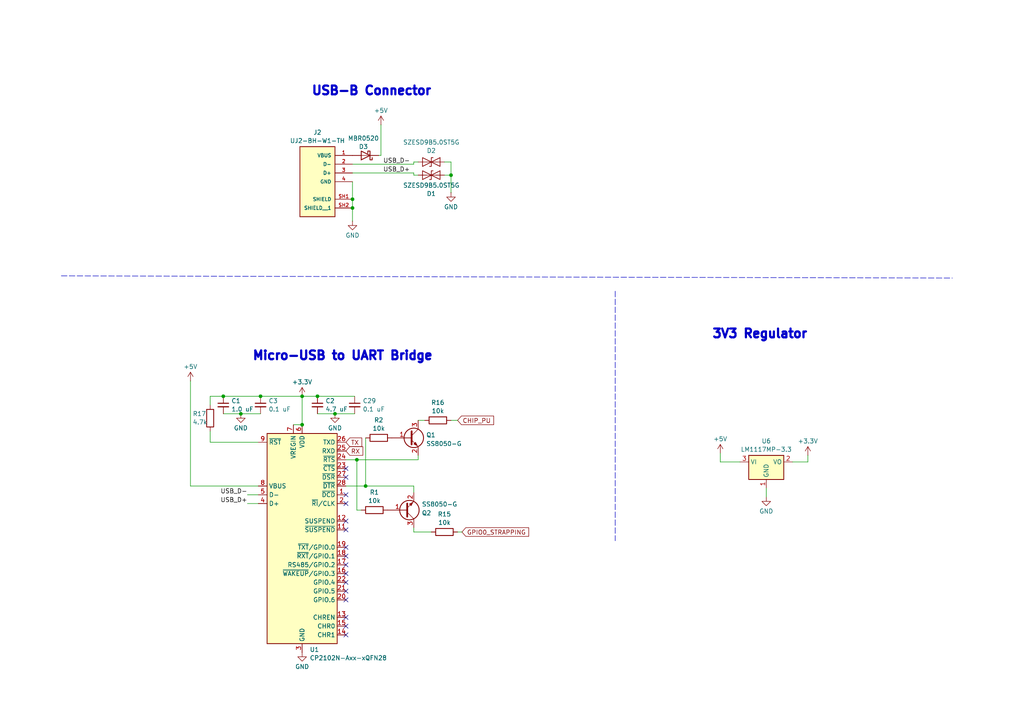
<source format=kicad_sch>
(kicad_sch (version 20231120) (generator "eeschema") (generator_version "8.0")
  (paper "A4")
  (lib_symbols
    (symbol "Device:C_Small" (pin_numbers hide) (pin_names (offset 0.254) hide)
      (property "Reference" "C" (at 0.254 1.778 0))
      (property "Value" "C_Small" (at 0.254 -2.032 0))
      (symbol "C_Small_0_1"
        (polyline (pts (xy -1.524 -0.508) (xy 1.524 -0.508)) (stroke (width 0.3302)))
        (polyline (pts (xy -1.524 0.508) (xy 1.524 0.508)) (stroke (width 0.3048)))
      )
      (symbol "C_Small_1_1"
        (pin passive line (at 0 2.54 270) (length 2.032) (name "~") (number "1"))
        (pin passive line (at 0 -2.54 90) (length 2.032) (name "~") (number "2"))
      )
    )
    (symbol "Device:Q_NPN_BEC" (pin_names (offset 0) hide)
      (property "Reference" "Q" (at 5.08 1.27 0))
      (property "Value" "Q_NPN_BEC" (at 5.08 -1.27 0))
      (symbol "Q_NPN_BEC_0_1"
        (polyline (pts (xy 0.635 0.635) (xy 2.54 2.54)))
        (polyline (pts (xy 0.635 -0.635) (xy 2.54 -2.54) (xy 2.54 -2.54)))
        (polyline (pts (xy 0.635 1.905) (xy 0.635 -1.905) (xy 0.635 -1.905)) (stroke (width 0.508)))
        (polyline (pts (xy 1.27 -1.778) (xy 1.778 -1.27) (xy 2.286 -2.286) (xy 1.27 -1.778) (xy 1.27 -1.778)) (fill (type outline)))
        (circle (center 1.27 0) (radius 2.8194) (stroke (width 0.254)))
      )
      (symbol "Q_NPN_BEC_1_1"
        (pin input line (at -5.08 0 0) (length 5.715) (name "B") (number "1"))
        (pin passive line (at 2.54 -5.08 90) (length 2.54) (name "E") (number "2"))
        (pin passive line (at 2.54 5.08 270) (length 2.54) (name "C") (number "3"))
      )
    )
    (symbol "Device:R" (pin_numbers hide) (pin_names (offset 0))
      (property "Reference" "R" (at 2.032 0 90))
      (property "Value" "R" (at 0 0 90))
      (symbol "R_0_1"
        (rectangle (start -1.016 -2.54) (end 1.016 2.54) (stroke (width 0.254)))
      )
      (symbol "R_1_1"
        (pin passive line (at 0 3.81 270) (length 1.27) (name "~") (number "1"))
        (pin passive line (at 0 -3.81 90) (length 1.27) (name "~") (number "2"))
      )
    )
    (symbol "Diode:MBR0520" (pin_numbers hide) (pin_names (offset 1.016) hide)
      (property "Reference" "D" (at 0 2.54 0))
      (property "Value" "MBR0520" (at 0 -2.54 0))
      (symbol "MBR0520_0_1"
        (polyline (pts (xy 1.27 0) (xy -1.27 0)))
        (polyline (pts (xy 1.27 1.27) (xy 1.27 -1.27) (xy -1.27 0) (xy 1.27 1.27)) (stroke (width 0.254)))
        (polyline (pts (xy -1.905 0.635) (xy -1.905 1.27) (xy -1.27 1.27) (xy -1.27 -1.27) (xy -0.635 -1.27) (xy -0.635 -0.635)) (stroke (width 0.254)))
      )
      (symbol "MBR0520_1_1"
        (pin passive line (at -3.81 0 0) (length 2.54) (name "K") (number "1"))
        (pin passive line (at 3.81 0 180) (length 2.54) (name "A") (number "2"))
      )
    )
    (symbol "Diode:SZESD9B5.0ST5G" (pin_numbers hide) (pin_names (offset 1.016) hide)
      (property "Reference" "D" (at 0 2.54 0))
      (property "Value" "SZESD9B5.0ST5G" (at 0 -2.54 0))
      (symbol "SZESD9B5.0ST5G_0_1"
        (polyline (pts (xy 1.27 0) (xy -1.27 0)))
        (polyline (pts (xy -2.54 -1.27) (xy 0 0) (xy -2.54 1.27) (xy -2.54 -1.27)) (stroke (width 0.2032)))
        (polyline (pts (xy 0.508 1.27) (xy 0 1.27) (xy 0 -1.27) (xy -0.508 -1.27)) (stroke (width 0.2032)))
        (polyline (pts (xy 2.54 1.27) (xy 2.54 -1.27) (xy 0 0) (xy 2.54 1.27)) (stroke (width 0.2032)))
      )
      (symbol "SZESD9B5.0ST5G_1_1"
        (pin passive line (at -3.81 0 0) (length 2.54) (name "A1") (number "1"))
        (pin passive line (at 3.81 0 180) (length 2.54) (name "A2") (number "2"))
      )
    )
    (symbol "Interface_USB:CP2102N-Axx-xQFN28"
      (property "Reference" "U" (at -8.89 31.75 0))
      (property "Value" "CP2102N-Axx-xQFN28" (at 12.7 31.75 0))
      (symbol "CP2102N-Axx-xQFN28_0_1"
        (rectangle (start -10.16 30.48) (end 10.16 -30.48) (stroke (width 0.254)) (fill (type background)))
      )
      (symbol "CP2102N-Axx-xQFN28_1_1"
        (pin input line (at 12.7 12.7 180) (length 2.54) (name "~{DCD}") (number "1"))
        (pin no_connect line (at -10.16 -27.94 0) (length 2.54) hide (name "NC") (number "10"))
        (pin output line (at 12.7 2.54 180) (length 2.54) (name "~{SUSPEND}") (number "11"))
        (pin output line (at 12.7 5.08 180) (length 2.54) (name "SUSPEND") (number "12"))
        (pin output line (at 12.7 -22.86 180) (length 2.54) (name "CHREN") (number "13"))
        (pin output line (at 12.7 -27.94 180) (length 2.54) (name "CHR1") (number "14"))
        (pin output line (at 12.7 -25.4 180) (length 2.54) (name "CHR0") (number "15"))
        (pin bidirectional line (at 12.7 -10.16 180) (length 2.54) (name "~{WAKEUP}/GPIO.3") (number "16"))
        (pin bidirectional line (at 12.7 -7.62 180) (length 2.54) (name "RS485/GPIO.2") (number "17"))
        (pin bidirectional line (at 12.7 -5.08 180) (length 2.54) (name "~{RXT}/GPIO.1") (number "18"))
        (pin bidirectional line (at 12.7 -2.54 180) (length 2.54) (name "~{TXT}/GPIO.0") (number "19"))
        (pin bidirectional line (at 12.7 10.16 180) (length 2.54) (name "~{RI}/CLK") (number "2"))
        (pin bidirectional line (at 12.7 -17.78 180) (length 2.54) (name "GPIO.6") (number "20"))
        (pin bidirectional line (at 12.7 -15.24 180) (length 2.54) (name "GPIO.5") (number "21"))
        (pin bidirectional line (at 12.7 -12.7 180) (length 2.54) (name "GPIO.4") (number "22"))
        (pin input line (at 12.7 20.32 180) (length 2.54) (name "~{CTS}") (number "23"))
        (pin output line (at 12.7 22.86 180) (length 2.54) (name "~{RTS}") (number "24"))
        (pin input line (at 12.7 25.4 180) (length 2.54) (name "RXD") (number "25"))
        (pin output line (at 12.7 27.94 180) (length 2.54) (name "TXD") (number "26"))
        (pin input line (at 12.7 17.78 180) (length 2.54) (name "~{DSR}") (number "27"))
        (pin output line (at 12.7 15.24 180) (length 2.54) (name "~{DTR}") (number "28"))
        (pin passive line (at 0 -33.02 90) (length 2.54) hide (name "GND") (number "29"))
        (pin power_in line (at 0 -33.02 90) (length 2.54) (name "GND") (number "3"))
        (pin bidirectional line (at -12.7 10.16 0) (length 2.54) (name "D+") (number "4"))
        (pin bidirectional line (at -12.7 12.7 0) (length 2.54) (name "D-") (number "5"))
        (pin power_in line (at 0 33.02 270) (length 2.54) (name "VDD") (number "6"))
        (pin power_in line (at -2.54 33.02 270) (length 2.54) (name "VREGIN") (number "7"))
        (pin input line (at -12.7 15.24 0) (length 2.54) (name "VBUS") (number "8"))
        (pin input line (at -12.7 27.94 0) (length 2.54) (name "~{RST}") (number "9"))
      )
    )
    (symbol "Regulator_Linear:LM1117MP-3.3"
      (property "Reference" "U" (at -3.81 3.175 0))
      (property "Value" "LM1117MP-3.3" (at 0 3.175 0))
      (symbol "LM1117MP-3.3_0_1"
        (rectangle (start -5.08 -5.08) (end 5.08 1.905) (stroke (width 0.254)) (fill (type background)))
      )
      (symbol "LM1117MP-3.3_1_1"
        (pin power_in line (at 0 -7.62 90) (length 2.54) (name "GND") (number "1"))
        (pin power_out line (at 7.62 0 180) (length 2.54) (name "VO") (number "2"))
        (pin power_in line (at -7.62 0 0) (length 2.54) (name "VI") (number "3"))
      )
    )
    (symbol "USB-B:UJ2-BH-W1-TH" (pin_names (offset 1.016))
      (property "Reference" "J2" (at 0 11.7645 0))
      (property "Value" "UJ2-BH-W1-TH" (at 0 9.3402 0))
      (symbol "UJ2-BH-W1-TH_0_0"
        (rectangle (start -5.08 -12.7) (end 5.08 7.62) (stroke (width 0.254)) (fill (type background)))
        (pin passive line (at 10.16 -7.62 180) (length 5.08) (name "SHIELD") (number "SH1"))
        (pin passive line (at 10.16 -10.16 180) (length 5.08) (name "SHIELD__1") (number "SH2"))
      )
      (symbol "UJ2-BH-W1-TH_1_0"
        (pin passive line (at 10.16 5.08 180) (length 5.08) (name "VBUS") (number "1"))
        (pin passive line (at 10.16 2.54 180) (length 5.08) (name "D-") (number "2"))
        (pin passive line (at 10.16 0 180) (length 5.08) (name "D+") (number "3"))
        (pin passive line (at 10.16 -2.54 180) (length 5.08) (name "GND") (number "4"))
      )
    )
    (symbol "power:+3.3V" (power) (pin_numbers hide) (pin_names (offset 0) hide)
      (property "Value" "+3.3V" (at 0 3.556 0))
      (symbol "+3.3V_0_1"
        (polyline (pts (xy -0.762 1.27) (xy 0 2.54)))
        (polyline (pts (xy 0 0) (xy 0 2.54)))
        (polyline (pts (xy 0 2.54) (xy 0.762 1.27)))
      )
      (symbol "+3.3V_1_1"
        (pin power_in line (at 0 0 90) (length 0) (name "~") (number "1"))
      )
    )
    (symbol "power:+5V" (power) (pin_numbers hide) (pin_names (offset 0) hide)
      (property "Value" "+5V" (at 0 3.556 0))
      (symbol "+5V_0_1"
        (polyline (pts (xy -0.762 1.27) (xy 0 2.54)))
        (polyline (pts (xy 0 0) (xy 0 2.54)))
        (polyline (pts (xy 0 2.54) (xy 0.762 1.27)))
      )
      (symbol "+5V_1_1"
        (pin power_in line (at 0 0 90) (length 0) (name "~") (number "1"))
      )
    )
    (symbol "power:GND" (power) (pin_numbers hide) (pin_names (offset 0) hide)
      (property "Value" "GND" (at 0 -3.81 0))
      (symbol "GND_0_1"
        (polyline (pts (xy 0 0) (xy 0 -1.27) (xy 1.27 -1.27) (xy 0 -2.54) (xy -1.27 -1.27) (xy 0 -1.27)))
      )
      (symbol "GND_1_1"
        (pin power_in line (at 0 0 270) (length 0) (name "~") (number "1"))
      )
    )
  )
  (junction (at 102.235 57.785))
  (junction (at 87.63 123.19))
  (junction (at 92.075 114.935))
  (junction (at 64.77 114.935))
  (junction (at 106.045 140.97))
  (junction (at 102.235 60.325))
  (junction (at 87.63 114.935))
  (junction (at 75.565 114.935))
  (junction (at 130.81 50.8))
  (junction (at 69.85 120.015))
  (junction (at 97.155 120.015))
  (junction (at 103.505 133.35))
  (no_connect (at 100.33 146.05))
  (no_connect (at 100.33 135.89))
  (no_connect (at 100.33 166.37))
  (no_connect (at 100.33 153.67))
  (no_connect (at 100.33 151.13))
  (no_connect (at 100.33 171.45))
  (no_connect (at 100.33 168.91))
  (no_connect (at 100.33 138.43))
  (no_connect (at 100.33 158.75))
  (no_connect (at 100.33 184.15))
  (no_connect (at 100.33 173.99))
  (no_connect (at 100.33 179.07))
  (no_connect (at 100.33 143.51))
  (no_connect (at 100.33 181.61))
  (no_connect (at 100.33 163.83))
  (no_connect (at 100.33 161.29))
  (wire (pts (xy 222.25 144.145) (xy 222.25 141.605)))
  (wire (pts (xy 100.33 133.35) (xy 103.505 133.35)))
  (wire (pts (xy 132.715 154.305) (xy 133.985 154.305)))
  (wire (pts (xy 60.96 125.095) (xy 60.96 128.27)))
  (wire (pts (xy 128.905 50.8) (xy 130.81 50.8)))
  (wire (pts (xy 92.075 120.015) (xy 97.155 120.015)))
  (wire (pts (xy 87.63 114.935) (xy 87.63 123.19)))
  (wire (pts (xy 60.96 114.935) (xy 64.77 114.935)))
  (wire (pts (xy 55.245 140.97) (xy 74.93 140.97)))
  (wire (pts (xy 55.245 110.49) (xy 55.245 140.97)))
  (wire (pts (xy 120.015 154.305) (xy 125.095 154.305)))
  (wire (pts (xy 106.045 127) (xy 106.045 140.97)))
  (wire (pts (xy 102.235 60.325) (xy 102.235 64.135)))
  (wire (pts (xy 71.755 143.51) (xy 74.93 143.51)))
  (wire (pts (xy 110.49 45.085) (xy 110.49 36.195)))
  (wire (pts (xy 85.09 123.19) (xy 87.63 123.19)))
  (wire (pts (xy 75.565 114.935) (xy 87.63 114.935)))
  (wire (pts (xy 208.915 133.985) (xy 208.915 131.445)))
  (wire (pts (xy 214.63 133.985) (xy 208.915 133.985)))
  (wire (pts (xy 64.77 114.935) (xy 75.565 114.935)))
  (polyline (pts (xy 17.78 80.01) (xy 276.225 80.645)) (stroke (width 0) (type dash)))
  (wire (pts (xy 103.505 133.35) (xy 121.285 133.35)))
  (wire (pts (xy 130.81 50.8) (xy 130.81 46.99)))
  (wire (pts (xy 130.81 121.92) (xy 132.715 121.92)))
  (wire (pts (xy 102.235 57.785) (xy 102.235 60.325)))
  (wire (pts (xy 64.77 120.015) (xy 69.85 120.015)))
  (wire (pts (xy 121.285 133.35) (xy 121.285 132.08)))
  (wire (pts (xy 121.285 121.92) (xy 123.19 121.92)))
  (wire (pts (xy 120.015 46.99) (xy 121.285 46.99)))
  (wire (pts (xy 92.075 114.935) (xy 102.87 114.935)))
  (wire (pts (xy 120.015 50.8) (xy 121.285 50.8)))
  (wire (pts (xy 97.155 120.015) (xy 102.87 120.015)))
  (wire (pts (xy 130.81 55.88) (xy 130.81 50.8)))
  (wire (pts (xy 102.235 52.705) (xy 102.235 57.785)))
  (wire (pts (xy 60.96 128.27) (xy 74.93 128.27)))
  (wire (pts (xy 87.63 114.935) (xy 92.075 114.935)))
  (wire (pts (xy 234.315 133.985) (xy 234.315 132.08)))
  (wire (pts (xy 103.505 147.955) (xy 104.775 147.955)))
  (wire (pts (xy 106.045 140.97) (xy 120.015 140.97)))
  (polyline (pts (xy 178.435 84.455) (xy 178.435 156.845)) (stroke (width 0) (type dash)))
  (wire (pts (xy 100.33 140.97) (xy 106.045 140.97)))
  (wire (pts (xy 103.505 147.955) (xy 103.505 133.35)))
  (wire (pts (xy 102.235 47.625) (xy 120.015 47.625)))
  (wire (pts (xy 120.015 50.8) (xy 120.015 50.165)))
  (wire (pts (xy 110.49 45.085) (xy 109.855 45.085)))
  (wire (pts (xy 71.755 146.05) (xy 74.93 146.05)))
  (wire (pts (xy 229.87 133.985) (xy 234.315 133.985)))
  (wire (pts (xy 130.81 46.99) (xy 128.905 46.99)))
  (wire (pts (xy 120.015 140.97) (xy 120.015 142.875)))
  (wire (pts (xy 120.015 46.99) (xy 120.015 47.625)))
  (wire (pts (xy 60.96 117.475) (xy 60.96 114.935)))
  (wire (pts (xy 102.235 50.165) (xy 120.015 50.165)))
  (wire (pts (xy 120.015 154.305) (xy 120.015 153.035)))
  (wire (pts (xy 69.85 120.015) (xy 75.565 120.015)))
  (text "Micro-USB to UART Bridge" (at 73.025 104.775 0) (effects (font (size 2.54 2.54) (thickness 0.762) (bold yes)) (justify left bottom)))
  (text "3V3 Regulator" (at 206.375 98.425 0) (effects (font (size 2.54 2.54) (thickness 0.762) (bold yes)) (justify left bottom)))
  (text "USB-B Connector" (at 90.17 27.94 0) (effects (font (size 2.54 2.54) (thickness 0.762) (bold yes)) (justify left bottom)))
  (label "USB_D-" (at 111.125 47.625 0))
  (label "USB_D+" (at 111.125 50.165 0))
  (label "USB_D-" (at 71.755 143.51 180))
  (label "USB_D+" (at 71.755 146.05 180))
  (global_label "CHIP_PU" (shape input) (at 132.715 121.92 0) (property "Intersheetrefs" "${INTERSHEET_REFS}" (effects (hide yes))))
  (global_label "GPIO0_STRAPPING" (shape input) (at 133.985 154.305 0) (property "Intersheetrefs" "${INTERSHEET_REFS}" (effects (hide yes))))
  (global_label "RX" (shape input) (at 100.33 130.81 0) (property "Intersheetrefs" "${INTERSHEET_REFS}" (effects (hide yes))))
  (global_label "TX" (shape input) (at 100.33 128.27 0) (property "Intersheetrefs" "${INTERSHEET_REFS}" (effects (hide yes))))
  (symbol (lib_id "Device:C_Small") (at 92.075 117.475 0) (unit 1)
    (property "Reference" "C2" (at 94.3991 116.2691 0) (effects (justify left)))
    (property "Value" "4.7 uF" (at 94.3991 118.6934 0) (effects (justify left)))
    (property "Footprint" "Capacitor_SMD:C_0805_2012Metric" (effects (hide yes)))
    (property "Description" "Unpolarized capacitor, small symbol" (effects (hide yes)))
  )
  (symbol (lib_id "Device:Q_NPN_BEC") (at 117.475 147.955 0) (mirror x) (unit 1)
    (property "Reference" "Q2" (at 122.3264 148.7897 0) (effects (justify left)))
    (property "Value" "SS8050-G" (at 122.3264 146.2528 0) (effects (justify left)))
    (property "Footprint" "Package_TO_SOT_SMD:SOT-23" (effects (hide yes)))
  )
  (symbol (lib_id "Diode:SZESD9B5.0ST5G") (at 125.095 46.99 0) (unit 1)
    (property "Reference" "D2" (at 125.095 43.6993 0))
    (property "Value" "SZESD9B5.0ST5G" (at 125.095 41.275 0))
    (property "Footprint" "Diode_SMD:D_SOD-923" (effects (hide yes)))
    (property "Datasheet" "https://www.onsemi.com/pub/Collateral/ESD9B-D.PDF" (effects (hide yes)))
    (property "Description" "ESD protection diode, 5.0Vrwm, SOD-923" (effects (hide yes)))
  )
  (symbol (lib_id "power:GND") (at 87.63 189.23 0) (unit 1)
    (property "Reference" "#PWR08" (effects (hide yes)))
    (property "Value" "GND" (at 87.63 193.3631 0))
    (property "Description" "Power symbol creates a global label with name \"GND\" , ground" (effects (hide yes)))
  )
  (symbol (lib_id "power:GND") (at 222.25 144.145 0) (unit 1)
    (property "Reference" "#PWR010" (effects (hide yes)))
    (property "Value" "GND" (at 222.25 148.2781 0))
    (property "Description" "Power symbol creates a global label with name \"GND\" , ground" (effects (hide yes)))
  )
  (symbol (lib_id "power:GND") (at 97.155 120.015 0) (unit 1)
    (property "Reference" "#PWR026" (effects (hide yes)))
    (property "Value" "GND" (at 97.155 124.1481 0))
    (property "Description" "Power symbol creates a global label with name \"GND\" , ground" (effects (hide yes)))
  )
  (symbol (lib_id "Device:R") (at 128.905 154.305 90) (unit 1)
    (property "Reference" "R15" (at 128.905 149.1445 90))
    (property "Value" "10k" (at 128.905 151.5688 90))
    (property "Footprint" "Resistor_SMD:R_0805_2012Metric" (effects (hide yes)))
    (property "Description" "Resistor" (effects (hide yes)))
  )
  (symbol (lib_id "power:+3.3V") (at 87.63 114.935 0) (unit 1)
    (property "Reference" "#PWR025" (effects (hide yes)))
    (property "Value" "+3.3V" (at 87.63 110.8019 0))
    (property "Description" "Power symbol creates a global label with name \"+3.3V\"" (effects (hide yes)))
  )
  (symbol (lib_id "Device:R") (at 60.96 121.285 180) (unit 1)
    (property "Reference" "R17" (at 55.88 120.015 0) (effects (justify right)))
    (property "Value" "4.7k" (at 55.88 122.4393 0) (effects (justify right)))
    (property "Footprint" "Resistor_SMD:R_0805_2012Metric" (effects (hide yes)))
    (property "Description" "Resistor" (effects (hide yes)))
  )
  (symbol (lib_id "Device:R") (at 108.585 147.955 90) (unit 1)
    (property "Reference" "R1" (at 108.585 142.7945 90))
    (property "Value" "10k" (at 108.585 145.2188 90))
    (property "Footprint" "Resistor_SMD:R_0805_2012Metric" (effects (hide yes)))
    (property "Description" "Resistor" (effects (hide yes)))
  )
  (symbol (lib_id "power:+3.3V") (at 234.315 132.08 0) (unit 1)
    (property "Reference" "#PWR024" (effects (hide yes)))
    (property "Value" "+3.3V" (at 234.315 127.9469 0))
    (property "Description" "Power symbol creates a global label with name \"+3.3V\"" (effects (hide yes)))
  )
  (symbol (lib_id "Interface_USB:CP2102N-Axx-xQFN28") (at 87.63 156.21 0) (unit 1)
    (property "Reference" "U1" (at 89.8241 188.4101 0) (effects (justify left)))
    (property "Value" "CP2102N-Axx-xQFN28" (at 89.8241 190.8344 0) (effects (justify left)))
    (property "Footprint" "Package_DFN_QFN:QFN-28-1EP_5x5mm_P0.5mm_EP3.35x3.35mm" (effects (hide yes)))
    (property "Datasheet" "https://www.silabs.com/documents/public/data-sheets/cp2102n-datasheet.pdf" (effects (hide yes)))
    (property "Description" "USB to UART master bridge, QFN-28" (effects (hide yes)))
  )
  (symbol (lib_id "power:GND") (at 130.81 55.88 0) (unit 1)
    (property "Reference" "#PWR04" (effects (hide yes)))
    (property "Value" "GND" (at 130.81 60.0131 0))
    (property "Description" "Power symbol creates a global label with name \"GND\" , ground" (effects (hide yes)))
  )
  (symbol (lib_id "power:+5V") (at 110.49 36.195 0) (unit 1)
    (property "Reference" "#PWR09" (effects (hide yes)))
    (property "Value" "+5V" (at 110.49 32.0619 0))
    (property "Description" "Power symbol creates a global label with name \"+5V\"" (effects (hide yes)))
  )
  (symbol (lib_id "Device:C_Small") (at 64.77 117.475 0) (unit 1)
    (property "Reference" "C1" (at 67.0941 116.2691 0) (effects (justify left)))
    (property "Value" "1.0 uF" (at 67.0941 118.6934 0) (effects (justify left)))
    (property "Footprint" "Capacitor_SMD:C_0805_2012Metric" (effects (hide yes)))
    (property "Description" "Unpolarized capacitor, small symbol" (effects (hide yes)))
  )
  (symbol (lib_id "power:+5V") (at 208.915 131.445 0) (unit 1)
    (property "Reference" "#PWR02" (effects (hide yes)))
    (property "Value" "+5V" (at 208.915 127.3119 0))
    (property "Description" "Power symbol creates a global label with name \"+5V\"" (effects (hide yes)))
  )
  (symbol (lib_id "Diode:MBR0520") (at 106.045 45.085 180) (unit 1)
    (property "Reference" "D3" (at 105.41 42.545 0))
    (property "Value" "MBR0520" (at 105.41 40.1207 0))
    (property "Footprint" "Diode_SMD:D_SOD-123" (effects (hide yes)))
    (property "Datasheet" "http://www.mccsemi.com/up_pdf/MBR0520~MBR0580(SOD123).pdf" (effects (hide yes)))
    (property "Description" "20V 0.5A Schottky Power Rectifier Diode, SOD-123" (effects (hide yes)))
  )
  (symbol (lib_id "Device:R") (at 127 121.92 90) (unit 1)
    (property "Reference" "R16" (at 127 116.7595 90))
    (property "Value" "10k" (at 127 119.1838 90))
    (property "Footprint" "Resistor_SMD:R_0805_2012Metric" (effects (hide yes)))
    (property "Description" "Resistor" (effects (hide yes)))
  )
  (symbol (lib_id "Device:Q_NPN_BEC") (at 118.745 127 0) (unit 1)
    (property "Reference" "Q1" (at 123.5964 126.1653 0) (effects (justify left)))
    (property "Value" "SS8050-G" (at 123.5964 128.7022 0) (effects (justify left)))
    (property "Footprint" "Package_TO_SOT_SMD:SOT-23" (effects (hide yes)))
  )
  (symbol (lib_id "Diode:SZESD9B5.0ST5G") (at 125.095 50.8 0) (unit 1)
    (property "Reference" "D1" (at 125.095 56.1891 0))
    (property "Value" "SZESD9B5.0ST5G" (at 125.095 53.7648 0))
    (property "Footprint" "Diode_SMD:D_SOD-923" (effects (hide yes)))
    (property "Datasheet" "https://www.onsemi.com/pub/Collateral/ESD9B-D.PDF" (effects (hide yes)))
    (property "Description" "ESD protection diode, 5.0Vrwm, SOD-923" (effects (hide yes)))
  )
  (symbol (lib_id "Device:R") (at 109.855 127 90) (unit 1)
    (property "Reference" "R2" (at 109.855 121.8395 90))
    (property "Value" "10k" (at 109.855 124.2638 90))
    (property "Footprint" "Resistor_SMD:R_0805_2012Metric" (effects (hide yes)))
    (property "Description" "Resistor" (effects (hide yes)))
  )
  (symbol (lib_id "power:GND") (at 69.85 120.015 0) (unit 1)
    (property "Reference" "#PWR027" (effects (hide yes)))
    (property "Value" "GND" (at 69.85 124.1481 0))
    (property "Description" "Power symbol creates a global label with name \"GND\" , ground" (effects (hide yes)))
  )
  (symbol (lib_id "power:GND") (at 102.235 64.135 0) (unit 1)
    (property "Reference" "#PWR01" (effects (hide yes)))
    (property "Value" "GND" (at 102.235 68.2681 0))
    (property "Description" "Power symbol creates a global label with name \"GND\" , ground" (effects (hide yes)))
  )
  (symbol (lib_id "power:+5V") (at 55.245 110.49 0) (unit 1)
    (property "Reference" "#PWR06" (effects (hide yes)))
    (property "Value" "+5V" (at 55.245 106.3569 0))
    (property "Description" "Power symbol creates a global label with name \"+5V\"" (effects (hide yes)))
  )
  (symbol (lib_id "USB-B:UJ2-BH-W1-TH") (at 92.075 50.165 0) (unit 1)
    (property "Reference" "J2" (at 92.075 38.4005 0))
    (property "Value" "UJ2-BH-W1-TH" (at 92.075 40.8248 0))
    (property "Footprint" "USB-B:CUI_UJ2-BH-W1-TH" (effects (hide yes)))
    (property "STANDARD" "MANUFACTURER RECOMENDATION" (effects (hide yes)))
    (property "PART_REV" "1.0" (effects (hide yes)))
    (property "MANUFACTURER" "CUI INC" (effects (hide yes)))
  )
  (symbol (lib_id "Device:C_Small") (at 75.565 117.475 0) (unit 1)
    (property "Reference" "C3" (at 77.8891 116.2691 0) (effects (justify left)))
    (property "Value" "0.1 uF" (at 77.8891 118.6934 0) (effects (justify left)))
    (property "Footprint" "Capacitor_SMD:C_0805_2012Metric" (effects (hide yes)))
    (property "Description" "Unpolarized capacitor, small symbol" (effects (hide yes)))
  )
  (symbol (lib_id "Regulator_Linear:LM1117MP-3.3") (at 222.25 133.985 0) (unit 1)
    (property "Reference" "U6" (at 222.25 127.9355 0))
    (property "Value" "LM1117MP-3.3" (at 222.25 130.3598 0))
    (property "Footprint" "Package_TO_SOT_SMD:SOT-223-3_TabPin2" (effects (hide yes)))
    (property "Datasheet" "http://www.ti.com/lit/ds/symlink/lm1117.pdf" (effects (hide yes)))
    (property "Description" "800mA Low-Dropout Linear Regulator, 3.3V fixed output, SOT-223" (effects (hide yes)))
  )
  (symbol (lib_id "Device:C_Small") (at 102.87 117.475 0) (unit 1)
    (property "Reference" "C29" (at 105.1941 116.2691 0) (effects (justify left)))
    (property "Value" "0.1 uF" (at 105.1941 118.6934 0) (effects (justify left)))
    (property "Footprint" "Capacitor_SMD:C_0805_2012Metric" (effects (hide yes)))
    (property "Description" "Unpolarized capacitor, small symbol" (effects (hide yes)))
  )
)
</source>
